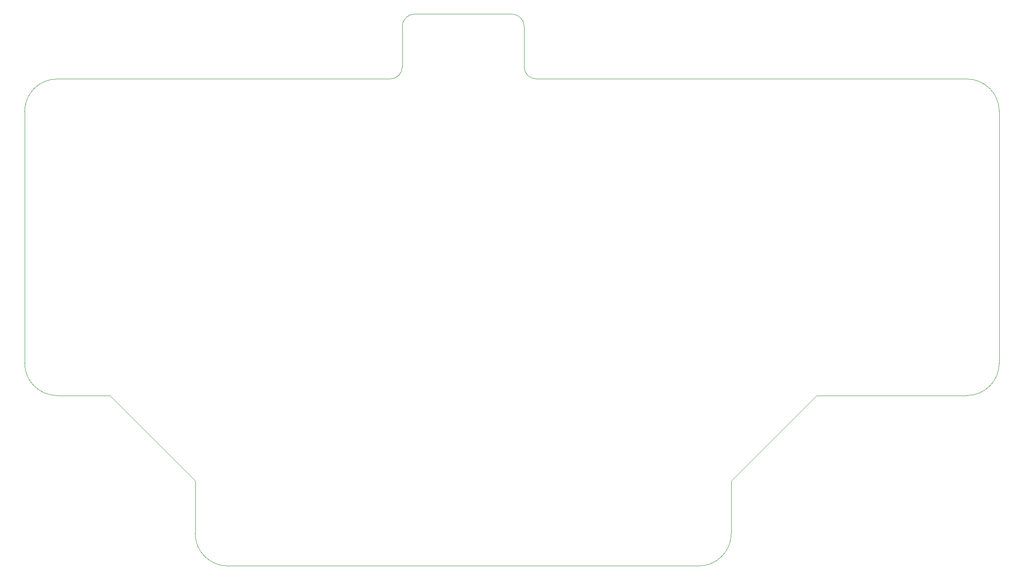
<source format=gm1>
%TF.GenerationSoftware,KiCad,Pcbnew,(7.0.0)*%
%TF.CreationDate,2023-03-07T23:24:40+05:30*%
%TF.ProjectId,Peridot Steno,50657269-646f-4742-9053-74656e6f2e6b,rev?*%
%TF.SameCoordinates,Original*%
%TF.FileFunction,Profile,NP*%
%FSLAX46Y46*%
G04 Gerber Fmt 4.6, Leading zero omitted, Abs format (unit mm)*
G04 Created by KiCad (PCBNEW (7.0.0)) date 2023-03-07 23:24:40*
%MOMM*%
%LPD*%
G01*
G04 APERTURE LIST*
%TA.AperFunction,Profile*%
%ADD10C,0.100000*%
%TD*%
G04 APERTURE END LIST*
D10*
X73818750Y-100012500D02*
X63500000Y-100012500D01*
X90487500Y-127000000D02*
G75*
G03*
X96837500Y-133350000I6350000J0D01*
G01*
X241300000Y-100012500D02*
X211931250Y-100012500D01*
X133350000Y-25400050D02*
G75*
G03*
X130968750Y-27781250I0J-2381250D01*
G01*
X241300000Y-100012500D02*
G75*
G03*
X247650000Y-93662500I0J6350000D01*
G01*
X128587500Y-38099950D02*
G75*
G03*
X130968750Y-35718750I0J2381250D01*
G01*
X90487500Y-116681250D02*
X73818750Y-100012500D01*
X211931250Y-100012500D02*
X195262500Y-116681250D01*
X154781250Y-27781250D02*
X154781250Y-35718750D01*
X128587500Y-38100000D02*
X63500000Y-38100000D01*
X154781200Y-35718750D02*
G75*
G03*
X157162500Y-38100000I2381300J50D01*
G01*
X133350000Y-25400000D02*
X152400000Y-25400000D01*
X57150000Y-93662500D02*
G75*
G03*
X63500000Y-100012500I6350000J0D01*
G01*
X247650000Y-44450000D02*
X247650000Y-93662500D01*
X57150000Y-93662500D02*
X57150000Y-44450000D01*
X154781200Y-27781250D02*
G75*
G03*
X152400000Y-25400000I-2381300J-50D01*
G01*
X247650000Y-44450000D02*
G75*
G03*
X241300000Y-38100000I-6350000J0D01*
G01*
X157162500Y-38100000D02*
X241300000Y-38100000D01*
X90487500Y-116681250D02*
X90487500Y-127000000D01*
X195262500Y-127000000D02*
X195262500Y-116681250D01*
X188912500Y-133350000D02*
G75*
G03*
X195262500Y-127000000I0J6350000D01*
G01*
X96837500Y-133350000D02*
X188912500Y-133350000D01*
X130968750Y-27781250D02*
X130968750Y-35718750D01*
X63500000Y-38100000D02*
G75*
G03*
X57150000Y-44450000I0J-6350000D01*
G01*
M02*

</source>
